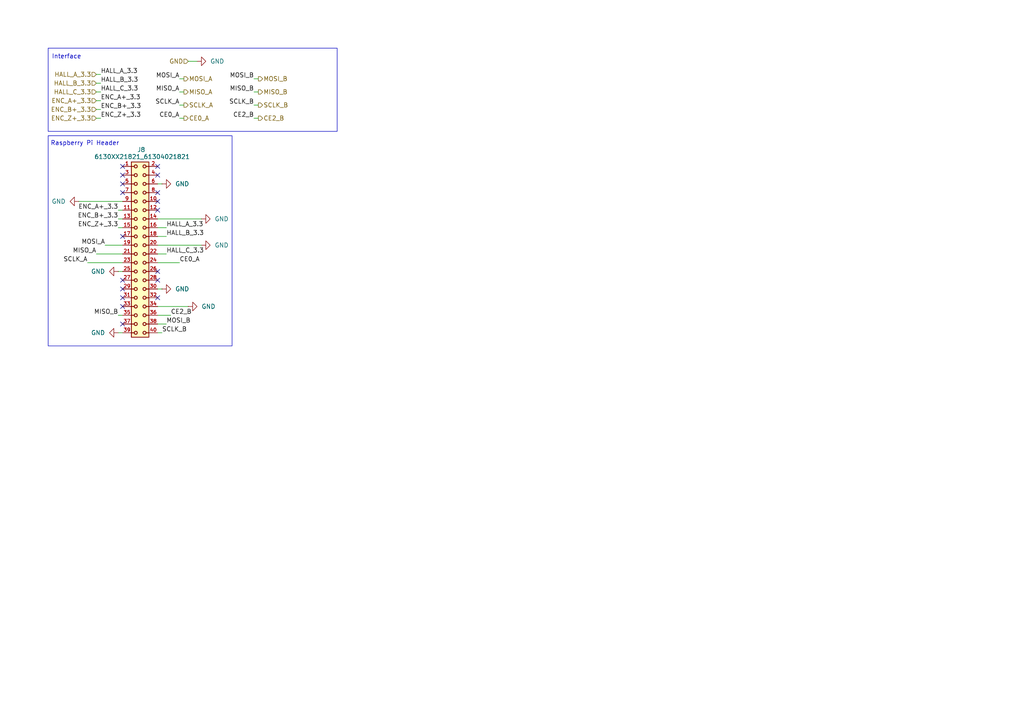
<source format=kicad_sch>
(kicad_sch
	(version 20250114)
	(generator "eeschema")
	(generator_version "9.0")
	(uuid "4d436dae-2173-4455-854f-eeccda8fb5f7")
	(paper "A4")
	(title_block
		(title "Sensing and Interfacing PCB")
		(date "2025-06-02")
		(rev "v1")
		(company "Designer: Manveer Aujla")
		(comment 1 "Team 34")
	)
	(lib_symbols
		(symbol "6130XX21821_61304021821:6130XX21821_61304021821"
			(pin_names
				(offset 1.016)
			)
			(exclude_from_sim no)
			(in_bom yes)
			(on_board yes)
			(property "Reference" "J"
				(at -25.4 0.762 0)
				(effects
					(font
						(size 1.27 1.27)
					)
					(justify right bottom)
				)
			)
			(property "Value" "6130XX21821_61304021821"
				(at -25.4 -2.54 0)
				(effects
					(font
						(size 1.27 1.27)
					)
					(justify right bottom)
				)
			)
			(property "Footprint" "6130XX21821_61304021821:61304021821"
				(at 0 0 0)
				(effects
					(font
						(size 1.27 1.27)
					)
					(justify bottom)
					(hide yes)
				)
			)
			(property "Datasheet" ""
				(at 0 0 0)
				(effects
					(font
						(size 1.27 1.27)
					)
					(hide yes)
				)
			)
			(property "Description" ""
				(at 0 0 0)
				(effects
					(font
						(size 1.27 1.27)
					)
					(hide yes)
				)
			)
			(symbol "6130XX21821_61304021821_0_0"
				(rectangle
					(start -24.13 -2.54)
					(end 26.67 2.54)
					(stroke
						(width 0.254)
						(type default)
					)
					(fill
						(type background)
					)
				)
				(polyline
					(pts
						(xy -22.86 1.705) (xy -22.86 2.54)
					)
					(stroke
						(width 0.254)
						(type default)
					)
					(fill
						(type none)
					)
				)
				(circle
					(center -22.86 1.27)
					(radius 0.4445)
					(stroke
						(width 0.254)
						(type default)
					)
					(fill
						(type none)
					)
				)
				(circle
					(center -22.86 -1.27)
					(radius 0.4445)
					(stroke
						(width 0.254)
						(type default)
					)
					(fill
						(type none)
					)
				)
				(polyline
					(pts
						(xy -22.86 -1.705) (xy -22.86 -2.54)
					)
					(stroke
						(width 0.254)
						(type default)
					)
					(fill
						(type none)
					)
				)
				(polyline
					(pts
						(xy -20.32 1.705) (xy -20.32 2.54)
					)
					(stroke
						(width 0.254)
						(type default)
					)
					(fill
						(type none)
					)
				)
				(circle
					(center -20.32 1.27)
					(radius 0.4445)
					(stroke
						(width 0.254)
						(type default)
					)
					(fill
						(type none)
					)
				)
				(circle
					(center -20.32 -1.27)
					(radius 0.4445)
					(stroke
						(width 0.254)
						(type default)
					)
					(fill
						(type none)
					)
				)
				(polyline
					(pts
						(xy -20.32 -1.705) (xy -20.32 -2.54)
					)
					(stroke
						(width 0.254)
						(type default)
					)
					(fill
						(type none)
					)
				)
				(polyline
					(pts
						(xy -17.78 1.705) (xy -17.78 2.54)
					)
					(stroke
						(width 0.254)
						(type default)
					)
					(fill
						(type none)
					)
				)
				(circle
					(center -17.78 1.27)
					(radius 0.4445)
					(stroke
						(width 0.254)
						(type default)
					)
					(fill
						(type none)
					)
				)
				(circle
					(center -17.78 -1.27)
					(radius 0.4445)
					(stroke
						(width 0.254)
						(type default)
					)
					(fill
						(type none)
					)
				)
				(polyline
					(pts
						(xy -17.78 -1.705) (xy -17.78 -2.54)
					)
					(stroke
						(width 0.254)
						(type default)
					)
					(fill
						(type none)
					)
				)
				(polyline
					(pts
						(xy -15.24 1.705) (xy -15.24 2.54)
					)
					(stroke
						(width 0.254)
						(type default)
					)
					(fill
						(type none)
					)
				)
				(circle
					(center -15.24 1.27)
					(radius 0.4445)
					(stroke
						(width 0.254)
						(type default)
					)
					(fill
						(type none)
					)
				)
				(circle
					(center -15.24 -1.27)
					(radius 0.4445)
					(stroke
						(width 0.254)
						(type default)
					)
					(fill
						(type none)
					)
				)
				(polyline
					(pts
						(xy -15.24 -1.705) (xy -15.24 -2.54)
					)
					(stroke
						(width 0.254)
						(type default)
					)
					(fill
						(type none)
					)
				)
				(polyline
					(pts
						(xy -12.7 1.705) (xy -12.7 2.54)
					)
					(stroke
						(width 0.254)
						(type default)
					)
					(fill
						(type none)
					)
				)
				(circle
					(center -12.7 1.27)
					(radius 0.4445)
					(stroke
						(width 0.254)
						(type default)
					)
					(fill
						(type none)
					)
				)
				(circle
					(center -12.7 -1.27)
					(radius 0.4445)
					(stroke
						(width 0.254)
						(type default)
					)
					(fill
						(type none)
					)
				)
				(polyline
					(pts
						(xy -12.7 -1.705) (xy -12.7 -2.54)
					)
					(stroke
						(width 0.254)
						(type default)
					)
					(fill
						(type none)
					)
				)
				(polyline
					(pts
						(xy -10.16 1.705) (xy -10.16 2.54)
					)
					(stroke
						(width 0.254)
						(type default)
					)
					(fill
						(type none)
					)
				)
				(circle
					(center -10.16 1.27)
					(radius 0.4445)
					(stroke
						(width 0.254)
						(type default)
					)
					(fill
						(type none)
					)
				)
				(circle
					(center -10.16 -1.27)
					(radius 0.4445)
					(stroke
						(width 0.254)
						(type default)
					)
					(fill
						(type none)
					)
				)
				(polyline
					(pts
						(xy -10.16 -1.705) (xy -10.16 -2.54)
					)
					(stroke
						(width 0.254)
						(type default)
					)
					(fill
						(type none)
					)
				)
				(polyline
					(pts
						(xy -7.62 1.705) (xy -7.62 2.54)
					)
					(stroke
						(width 0.254)
						(type default)
					)
					(fill
						(type none)
					)
				)
				(circle
					(center -7.62 1.27)
					(radius 0.4445)
					(stroke
						(width 0.254)
						(type default)
					)
					(fill
						(type none)
					)
				)
				(circle
					(center -7.62 -1.27)
					(radius 0.4445)
					(stroke
						(width 0.254)
						(type default)
					)
					(fill
						(type none)
					)
				)
				(polyline
					(pts
						(xy -7.62 -1.705) (xy -7.62 -2.54)
					)
					(stroke
						(width 0.254)
						(type default)
					)
					(fill
						(type none)
					)
				)
				(polyline
					(pts
						(xy -5.08 1.705) (xy -5.08 2.54)
					)
					(stroke
						(width 0.254)
						(type default)
					)
					(fill
						(type none)
					)
				)
				(circle
					(center -5.08 1.27)
					(radius 0.4445)
					(stroke
						(width 0.254)
						(type default)
					)
					(fill
						(type none)
					)
				)
				(circle
					(center -5.08 -1.27)
					(radius 0.4445)
					(stroke
						(width 0.254)
						(type default)
					)
					(fill
						(type none)
					)
				)
				(polyline
					(pts
						(xy -5.08 -1.705) (xy -5.08 -2.54)
					)
					(stroke
						(width 0.254)
						(type default)
					)
					(fill
						(type none)
					)
				)
				(polyline
					(pts
						(xy -2.54 1.705) (xy -2.54 2.54)
					)
					(stroke
						(width 0.254)
						(type default)
					)
					(fill
						(type none)
					)
				)
				(circle
					(center -2.54 1.27)
					(radius 0.4445)
					(stroke
						(width 0.254)
						(type default)
					)
					(fill
						(type none)
					)
				)
				(circle
					(center -2.54 -1.27)
					(radius 0.4445)
					(stroke
						(width 0.254)
						(type default)
					)
					(fill
						(type none)
					)
				)
				(polyline
					(pts
						(xy -2.54 -1.705) (xy -2.54 -2.54)
					)
					(stroke
						(width 0.254)
						(type default)
					)
					(fill
						(type none)
					)
				)
				(polyline
					(pts
						(xy 0 1.705) (xy 0 2.54)
					)
					(stroke
						(width 0.254)
						(type default)
					)
					(fill
						(type none)
					)
				)
				(circle
					(center 0 1.27)
					(radius 0.4445)
					(stroke
						(width 0.254)
						(type default)
					)
					(fill
						(type none)
					)
				)
				(circle
					(center 0 -1.27)
					(radius 0.4445)
					(stroke
						(width 0.254)
						(type default)
					)
					(fill
						(type none)
					)
				)
				(polyline
					(pts
						(xy 0 -1.705) (xy 0 -2.54)
					)
					(stroke
						(width 0.254)
						(type default)
					)
					(fill
						(type none)
					)
				)
				(polyline
					(pts
						(xy 2.54 1.705) (xy 2.54 2.54)
					)
					(stroke
						(width 0.254)
						(type default)
					)
					(fill
						(type none)
					)
				)
				(circle
					(center 2.54 1.27)
					(radius 0.4445)
					(stroke
						(width 0.254)
						(type default)
					)
					(fill
						(type none)
					)
				)
				(circle
					(center 2.54 -1.27)
					(radius 0.4445)
					(stroke
						(width 0.254)
						(type default)
					)
					(fill
						(type none)
					)
				)
				(polyline
					(pts
						(xy 2.54 -1.705) (xy 2.54 -2.54)
					)
					(stroke
						(width 0.254)
						(type default)
					)
					(fill
						(type none)
					)
				)
				(polyline
					(pts
						(xy 5.08 1.705) (xy 5.08 2.54)
					)
					(stroke
						(width 0.254)
						(type default)
					)
					(fill
						(type none)
					)
				)
				(circle
					(center 5.08 1.27)
					(radius 0.4445)
					(stroke
						(width 0.254)
						(type default)
					)
					(fill
						(type none)
					)
				)
				(circle
					(center 5.08 -1.27)
					(radius 0.4445)
					(stroke
						(width 0.254)
						(type default)
					)
					(fill
						(type none)
					)
				)
				(polyline
					(pts
						(xy 5.08 -1.705) (xy 5.08 -2.54)
					)
					(stroke
						(width 0.254)
						(type default)
					)
					(fill
						(type none)
					)
				)
				(polyline
					(pts
						(xy 7.62 1.705) (xy 7.62 2.54)
					)
					(stroke
						(width 0.254)
						(type default)
					)
					(fill
						(type none)
					)
				)
				(circle
					(center 7.62 1.27)
					(radius 0.4445)
					(stroke
						(width 0.254)
						(type default)
					)
					(fill
						(type none)
					)
				)
				(circle
					(center 7.62 -1.27)
					(radius 0.4445)
					(stroke
						(width 0.254)
						(type default)
					)
					(fill
						(type none)
					)
				)
				(polyline
					(pts
						(xy 7.62 -1.705) (xy 7.62 -2.54)
					)
					(stroke
						(width 0.254)
						(type default)
					)
					(fill
						(type none)
					)
				)
				(polyline
					(pts
						(xy 10.16 1.705) (xy 10.16 2.54)
					)
					(stroke
						(width 0.254)
						(type default)
					)
					(fill
						(type none)
					)
				)
				(circle
					(center 10.16 1.27)
					(radius 0.4445)
					(stroke
						(width 0.254)
						(type default)
					)
					(fill
						(type none)
					)
				)
				(circle
					(center 10.16 -1.27)
					(radius 0.4445)
					(stroke
						(width 0.254)
						(type default)
					)
					(fill
						(type none)
					)
				)
				(polyline
					(pts
						(xy 10.16 -1.705) (xy 10.16 -2.54)
					)
					(stroke
						(width 0.254)
						(type default)
					)
					(fill
						(type none)
					)
				)
				(polyline
					(pts
						(xy 12.7 1.705) (xy 12.7 2.54)
					)
					(stroke
						(width 0.254)
						(type default)
					)
					(fill
						(type none)
					)
				)
				(circle
					(center 12.7 1.27)
					(radius 0.4445)
					(stroke
						(width 0.254)
						(type default)
					)
					(fill
						(type none)
					)
				)
				(circle
					(center 12.7 -1.27)
					(radius 0.4445)
					(stroke
						(width 0.254)
						(type default)
					)
					(fill
						(type none)
					)
				)
				(polyline
					(pts
						(xy 12.7 -1.705) (xy 12.7 -2.54)
					)
					(stroke
						(width 0.254)
						(type default)
					)
					(fill
						(type none)
					)
				)
				(polyline
					(pts
						(xy 15.24 1.705) (xy 15.24 2.54)
					)
					(stroke
						(width 0.254)
						(type default)
					)
					(fill
						(type none)
					)
				)
				(circle
					(center 15.24 1.27)
					(radius 0.4445)
					(stroke
						(width 0.254)
						(type default)
					)
					(fill
						(type none)
					)
				)
				(circle
					(center 15.24 -1.27)
					(radius 0.4445)
					(stroke
						(width 0.254)
						(type default)
					)
					(fill
						(type none)
					)
				)
				(polyline
					(pts
						(xy 15.24 -1.705) (xy 15.24 -2.54)
					)
					(stroke
						(width 0.254)
						(type default)
					)
					(fill
						(type none)
					)
				)
				(polyline
					(pts
						(xy 17.78 1.705) (xy 17.78 2.54)
					)
					(stroke
						(width 0.254)
						(type default)
					)
					(fill
						(type none)
					)
				)
				(circle
					(center 17.78 1.27)
					(radius 0.4445)
					(stroke
						(width 0.254)
						(type default)
					)
					(fill
						(type none)
					)
				)
				(circle
					(center 17.78 -1.27)
					(radius 0.4445)
					(stroke
						(width 0.254)
						(type default)
					)
					(fill
						(type none)
					)
				)
				(polyline
					(pts
						(xy 17.78 -1.705) (xy 17.78 -2.54)
					)
					(stroke
						(width 0.254)
						(type default)
					)
					(fill
						(type none)
					)
				)
				(polyline
					(pts
						(xy 20.32 1.705) (xy 20.32 2.54)
					)
					(stroke
						(width 0.254)
						(type default)
					)
					(fill
						(type none)
					)
				)
				(circle
					(center 20.32 1.27)
					(radius 0.4445)
					(stroke
						(width 0.254)
						(type default)
					)
					(fill
						(type none)
					)
				)
				(circle
					(center 20.32 -1.27)
					(radius 0.4445)
					(stroke
						(width 0.254)
						(type default)
					)
					(fill
						(type none)
					)
				)
				(polyline
					(pts
						(xy 20.32 -1.705) (xy 20.32 -2.54)
					)
					(stroke
						(width 0.254)
						(type default)
					)
					(fill
						(type none)
					)
				)
				(polyline
					(pts
						(xy 22.86 1.705) (xy 22.86 2.54)
					)
					(stroke
						(width 0.254)
						(type default)
					)
					(fill
						(type none)
					)
				)
				(circle
					(center 22.86 1.27)
					(radius 0.4445)
					(stroke
						(width 0.254)
						(type default)
					)
					(fill
						(type none)
					)
				)
				(circle
					(center 22.86 -1.27)
					(radius 0.4445)
					(stroke
						(width 0.254)
						(type default)
					)
					(fill
						(type none)
					)
				)
				(polyline
					(pts
						(xy 22.86 -1.705) (xy 22.86 -2.54)
					)
					(stroke
						(width 0.254)
						(type default)
					)
					(fill
						(type none)
					)
				)
				(polyline
					(pts
						(xy 25.4 1.705) (xy 25.4 2.54)
					)
					(stroke
						(width 0.254)
						(type default)
					)
					(fill
						(type none)
					)
				)
				(circle
					(center 25.4 1.27)
					(radius 0.4445)
					(stroke
						(width 0.254)
						(type default)
					)
					(fill
						(type none)
					)
				)
				(circle
					(center 25.4 -1.27)
					(radius 0.4445)
					(stroke
						(width 0.254)
						(type default)
					)
					(fill
						(type none)
					)
				)
				(polyline
					(pts
						(xy 25.4 -1.705) (xy 25.4 -2.54)
					)
					(stroke
						(width 0.254)
						(type default)
					)
					(fill
						(type none)
					)
				)
				(pin passive line
					(at -22.86 5.08 270)
					(length 2.54)
					(name "~"
						(effects
							(font
								(size 1.016 1.016)
							)
						)
					)
					(number "2"
						(effects
							(font
								(size 1.016 1.016)
							)
						)
					)
				)
				(pin passive line
					(at -22.86 -5.08 90)
					(length 2.54)
					(name "~"
						(effects
							(font
								(size 1.016 1.016)
							)
						)
					)
					(number "1"
						(effects
							(font
								(size 1.016 1.016)
							)
						)
					)
				)
				(pin passive line
					(at -20.32 5.08 270)
					(length 2.54)
					(name "~"
						(effects
							(font
								(size 1.016 1.016)
							)
						)
					)
					(number "4"
						(effects
							(font
								(size 1.016 1.016)
							)
						)
					)
				)
				(pin passive line
					(at -20.32 -5.08 90)
					(length 2.54)
					(name "~"
						(effects
							(font
								(size 1.016 1.016)
							)
						)
					)
					(number "3"
						(effects
							(font
								(size 1.016 1.016)
							)
						)
					)
				)
				(pin passive line
					(at -17.78 5.08 270)
					(length 2.54)
					(name "~"
						(effects
							(font
								(size 1.016 1.016)
							)
						)
					)
					(number "6"
						(effects
							(font
								(size 1.016 1.016)
							)
						)
					)
				)
				(pin passive line
					(at -17.78 -5.08 90)
					(length 2.54)
					(name "~"
						(effects
							(font
								(size 1.016 1.016)
							)
						)
					)
					(number "5"
						(effects
							(font
								(size 1.016 1.016)
							)
						)
					)
				)
				(pin passive line
					(at -15.24 5.08 270)
					(length 2.54)
					(name "~"
						(effects
							(font
								(size 1.016 1.016)
							)
						)
					)
					(number "8"
						(effects
							(font
								(size 1.016 1.016)
							)
						)
					)
				)
				(pin passive line
					(at -15.24 -5.08 90)
					(length 2.54)
					(name "~"
						(effects
							(font
								(size 1.016 1.016)
							)
						)
					)
					(number "7"
						(effects
							(font
								(size 1.016 1.016)
							)
						)
					)
				)
				(pin passive line
					(at -12.7 5.08 270)
					(length 2.54)
					(name "~"
						(effects
							(font
								(size 1.016 1.016)
							)
						)
					)
					(number "10"
						(effects
							(font
								(size 1.016 1.016)
							)
						)
					)
				)
				(pin passive line
					(at -12.7 -5.08 90)
					(length 2.54)
					(name "~"
						(effects
							(font
								(size 1.016 1.016)
							)
						)
					)
					(number "9"
						(effects
							(font
								(size 1.016 1.016)
							)
						)
					)
				)
				(pin passive line
					(at -10.16 5.08 270)
					(length 2.54)
					(name "~"
						(effects
							(font
								(size 1.016 1.016)
							)
						)
					)
					(number "12"
						(effects
							(font
								(size 1.016 1.016)
							)
						)
					)
				)
				(pin passive line
					(at -10.16 -5.08 90)
					(length 2.54)
					(name "~"
						(effects
							(font
								(size 1.016 1.016)
							)
						)
					)
					(number "11"
						(effects
							(font
								(size 1.016 1.016)
							)
						)
					)
				)
				(pin passive line
					(at -7.62 5.08 270)
					(length 2.54)
					(name "~"
						(effects
							(font
								(size 1.016 1.016)
							)
						)
					)
					(number "14"
						(effects
							(font
								(size 1.016 1.016)
							)
						)
					)
				)
				(pin passive line
					(at -7.62 -5.08 90)
					(length 2.54)
					(name "~"
						(effects
							(font
								(size 1.016 1.016)
							)
						)
					)
					(number "13"
						(effects
							(font
								(size 1.016 1.016)
							)
						)
					)
				)
				(pin passive line
					(at -5.08 5.08 270)
					(length 2.54)
					(name "~"
						(effects
							(font
								(size 1.016 1.016)
							)
						)
					)
					(number "16"
						(effects
							(font
								(size 1.016 1.016)
							)
						)
					)
				)
				(pin passive line
					(at -5.08 -5.08 90)
					(length 2.54)
					(name "~"
						(effects
							(font
								(size 1.016 1.016)
							)
						)
					)
					(number "15"
						(effects
							(font
								(size 1.016 1.016)
							)
						)
					)
				)
				(pin passive line
					(at -2.54 5.08 270)
					(length 2.54)
					(name "~"
						(effects
							(font
								(size 1.016 1.016)
							)
						)
					)
					(number "18"
						(effects
							(font
								(size 1.016 1.016)
							)
						)
					)
				)
				(pin passive line
					(at -2.54 -5.08 90)
					(length 2.54)
					(name "~"
						(effects
							(font
								(size 1.016 1.016)
							)
						)
					)
					(number "17"
						(effects
							(font
								(size 1.016 1.016)
							)
						)
					)
				)
				(pin passive line
					(at 0 5.08 270)
					(length 2.54)
					(name "~"
						(effects
							(font
								(size 1.016 1.016)
							)
						)
					)
					(number "20"
						(effects
							(font
								(size 1.016 1.016)
							)
						)
					)
				)
				(pin passive line
					(at 0 -5.08 90)
					(length 2.54)
					(name "~"
						(effects
							(font
								(size 1.016 1.016)
							)
						)
					)
					(number "19"
						(effects
							(font
								(size 1.016 1.016)
							)
						)
					)
				)
				(pin passive line
					(at 2.54 5.08 270)
					(length 2.54)
					(name "~"
						(effects
							(font
								(size 1.016 1.016)
							)
						)
					)
					(number "22"
						(effects
							(font
								(size 1.016 1.016)
							)
						)
					)
				)
				(pin passive line
					(at 2.54 -5.08 90)
					(length 2.54)
					(name "~"
						(effects
							(font
								(size 1.016 1.016)
							)
						)
					)
					(number "21"
						(effects
							(font
								(size 1.016 1.016)
							)
						)
					)
				)
				(pin passive line
					(at 5.08 5.08 270)
					(length 2.54)
					(name "~"
						(effects
							(font
								(size 1.016 1.016)
							)
						)
					)
					(number "24"
						(effects
							(font
								(size 1.016 1.016)
							)
						)
					)
				)
				(pin passive line
					(at 5.08 -5.08 90)
					(length 2.54)
					(name "~"
						(effects
							(font
								(size 1.016 1.016)
							)
						)
					)
					(number "23"
						(effects
							(font
								(size 1.016 1.016)
							)
						)
					)
				)
				(pin passive line
					(at 7.62 5.08 270)
					(length 2.54)
					(name "~"
						(effects
							(font
								(size 1.016 1.016)
							)
						)
					)
					(number "26"
						(effects
							(font
								(size 1.016 1.016)
							)
						)
					)
				)
				(pin passive line
					(at 7.62 -5.08 90)
					(length 2.54)
					(name "~"
						(effects
							(font
								(size 1.016 1.016)
							)
						)
					)
					(number "25"
						(effects
							(font
								(size 1.016 1.016)
							)
						)
					)
				)
				(pin passive line
					(at 10.16 5.08 270)
					(length 2.54)
					(name "~"
						(effects
							(font
								(size 1.016 1.016)
							)
						)
					)
					(number "28"
						(effects
							(font
								(size 1.016 1.016)
							)
						)
					)
				)
				(pin passive line
					(at 10.16 -5.08 90)
					(length 2.54)
					(name "~"
						(effects
							(font
								(size 1.016 1.016)
							)
						)
					)
					(number "27"
						(effects
							(font
								(size 1.016 1.016)
							)
						)
					)
				)
				(pin passive line
					(at 12.7 5.08 270)
					(length 2.54)
					(name "~"
						(effects
							(font
								(size 1.016 1.016)
							)
						)
					)
					(number "30"
						(effects
							(font
								(size 1.016 1.016)
							)
						)
					)
				)
				(pin passive line
					(at 12.7 -5.08 90)
					(length 2.54)
					(name "~"
						(effects
							(font
								(size 1.016 1.016)
							)
						)
					)
					(number "29"
						(effects
							(font
								(size 1.016 1.016)
							)
						)
					)
				)
				(pin passive line
					(at 15.24 5.08 270)
					(length 2.54)
					(name "~"
						(effects
							(font
								(size 1.016 1.016)
							)
						)
					)
					(number "32"
						(effects
							(font
								(size 1.016 1.016)
							)
						)
					)
				)
				(pin passive line
					(at 15.24 -5.08 90)
					(length 2.54)
					(name "~"
						(effects
							(font
								(size 1.016 1.016)
							)
						)
					)
					(number "31"
						(effects
							(font
								(size 1.016 1.016)
							)
						)
					)
				)
				(pin passive line
					(at 17.78 5.08 270)
					(length 2.54)
					(name "~"
						(effects
							(font
								(size 1.016 1.016)
							)
						)
					)
					(number "34"
						(effects
							(font
								(size 1.016 1.016)
							)
						)
					)
				)
				(pin passive line
					(at 17.78 -5.08 90)
					(length 2.54)
					(name "~"
						(effects
							(font
								(size 1.016 1.016)
							)
						)
					)
					(number "33"
						(effects
							(font
								(size 1.016 1.016)
							)
						)
					)
				)
				(pin passive line
					(at 20.32 5.08 270)
					(length 2.54)
					(name "~"
						(effects
							(font
								(size 1.016 1.016)
							)
						)
					)
					(number "36"
						(effects
							(font
								(size 1.016 1.016)
							)
						)
					)
				)
				(pin passive line
					(at 20.32 -5.08 90)
					(length 2.54)
					(name "~"
						(effects
							(font
								(size 1.016 1.016)
							)
						)
					)
					(number "35"
						(effects
							(font
								(size 1.016 1.016)
							)
						)
					)
				)
				(pin passive line
					(at 22.86 5.08 270)
					(length 2.54)
					(name "~"
						(effects
							(font
								(size 1.016 1.016)
							)
						)
					)
					(number "38"
						(effects
							(font
								(size 1.016 1.016)
							)
						)
					)
				)
				(pin passive line
					(at 22.86 -5.08 90)
					(length 2.54)
					(name "~"
						(effects
							(font
								(size 1.016 1.016)
							)
						)
					)
					(number "37"
						(effects
							(font
								(size 1.016 1.016)
							)
						)
					)
				)
				(pin passive line
					(at 25.4 5.08 270)
					(length 2.54)
					(name "~"
						(effects
							(font
								(size 1.016 1.016)
							)
						)
					)
					(number "40"
						(effects
							(font
								(size 1.016 1.016)
							)
						)
					)
				)
				(pin passive line
					(at 25.4 -5.08 90)
					(length 2.54)
					(name "~"
						(effects
							(font
								(size 1.016 1.016)
							)
						)
					)
					(number "39"
						(effects
							(font
								(size 1.016 1.016)
							)
						)
					)
				)
			)
			(embedded_fonts no)
		)
		(symbol "power:GND"
			(power)
			(pin_numbers
				(hide yes)
			)
			(pin_names
				(offset 0)
				(hide yes)
			)
			(exclude_from_sim no)
			(in_bom yes)
			(on_board yes)
			(property "Reference" "#PWR"
				(at 0 -6.35 0)
				(effects
					(font
						(size 1.27 1.27)
					)
					(hide yes)
				)
			)
			(property "Value" "GND"
				(at 0 -3.81 0)
				(effects
					(font
						(size 1.27 1.27)
					)
				)
			)
			(property "Footprint" ""
				(at 0 0 0)
				(effects
					(font
						(size 1.27 1.27)
					)
					(hide yes)
				)
			)
			(property "Datasheet" ""
				(at 0 0 0)
				(effects
					(font
						(size 1.27 1.27)
					)
					(hide yes)
				)
			)
			(property "Description" "Power symbol creates a global label with name \"GND\" , ground"
				(at 0 0 0)
				(effects
					(font
						(size 1.27 1.27)
					)
					(hide yes)
				)
			)
			(property "ki_keywords" "global power"
				(at 0 0 0)
				(effects
					(font
						(size 1.27 1.27)
					)
					(hide yes)
				)
			)
			(symbol "GND_0_1"
				(polyline
					(pts
						(xy 0 0) (xy 0 -1.27) (xy 1.27 -1.27) (xy 0 -2.54) (xy -1.27 -1.27) (xy 0 -1.27)
					)
					(stroke
						(width 0)
						(type default)
					)
					(fill
						(type none)
					)
				)
			)
			(symbol "GND_1_1"
				(pin power_in line
					(at 0 0 270)
					(length 0)
					(name "~"
						(effects
							(font
								(size 1.27 1.27)
							)
						)
					)
					(number "1"
						(effects
							(font
								(size 1.27 1.27)
							)
						)
					)
				)
			)
			(embedded_fonts no)
		)
	)
	(rectangle
		(start 13.97 39.37)
		(end 67.31 100.33)
		(stroke
			(width 0)
			(type default)
		)
		(fill
			(type none)
		)
		(uuid e662e59d-8638-4055-9110-91792fb689ad)
	)
	(rectangle
		(start 13.97 13.97)
		(end 97.79 38.1)
		(stroke
			(width 0)
			(type default)
		)
		(fill
			(type none)
		)
		(uuid eff06231-a9c7-4395-bac0-a15a35b41091)
	)
	(text "Interface"
		(exclude_from_sim no)
		(at 19.304 16.51 0)
		(effects
			(font
				(size 1.27 1.27)
			)
		)
		(uuid "16c1a4c7-96fb-448d-839f-dfb09ccaffae")
	)
	(text "Raspberry Pi Header"
		(exclude_from_sim no)
		(at 24.638 41.656 0)
		(effects
			(font
				(size 1.27 1.27)
			)
		)
		(uuid "7dae457f-502c-4bf2-92ca-9fe3a18918e4")
	)
	(no_connect
		(at 45.72 86.36)
		(uuid "0067ef86-6e9f-4f19-82c5-9f955c2767c1")
	)
	(no_connect
		(at 45.72 50.8)
		(uuid "0c9f7ef5-197c-459d-878a-73cd34ca074c")
	)
	(no_connect
		(at 45.72 78.74)
		(uuid "27e0897a-7314-4728-9940-494618e1fe34")
	)
	(no_connect
		(at 45.72 55.88)
		(uuid "5caf8d0f-fa93-49d5-9fc3-e0f2a50049df")
	)
	(no_connect
		(at 35.56 55.88)
		(uuid "65a2efbc-61df-475b-ad6d-364bd4250460")
	)
	(no_connect
		(at 45.72 60.96)
		(uuid "6a991d22-bd3c-45e7-aa14-2109f62d382d")
	)
	(no_connect
		(at 35.56 53.34)
		(uuid "6c978cd9-75bc-42dc-b4af-9beba8faabdc")
	)
	(no_connect
		(at 35.56 86.36)
		(uuid "7baa4eda-518f-4f87-859b-4b854cf654f7")
	)
	(no_connect
		(at 35.56 81.28)
		(uuid "8b8a76d8-0e79-4800-9057-fbdcd5440a48")
	)
	(no_connect
		(at 35.56 50.8)
		(uuid "991abb3c-ca2c-46b6-9171-4c2684283508")
	)
	(no_connect
		(at 35.56 68.58)
		(uuid "a1e31a84-b95f-473f-88b8-192ce5039471")
	)
	(no_connect
		(at 45.72 48.26)
		(uuid "ae8f58c1-2940-4883-9bc8-6148365b028d")
	)
	(no_connect
		(at 45.72 81.28)
		(uuid "b7c68e55-95a7-43f6-a692-02295fa87283")
	)
	(no_connect
		(at 45.72 58.42)
		(uuid "ba33c98f-8bad-4a7a-99bf-b5161b8417df")
	)
	(no_connect
		(at 35.56 88.9)
		(uuid "c061c3fd-f054-429b-a54b-5a52ecc6cbee")
	)
	(no_connect
		(at 35.56 83.82)
		(uuid "c1ab3815-49ed-412e-aec0-922c2def3fa2")
	)
	(no_connect
		(at 35.56 48.26)
		(uuid "dbdc2e9f-5844-4a02-b231-9853293eab80")
	)
	(no_connect
		(at 35.56 93.98)
		(uuid "f101dc3b-3499-4896-8b4e-4a85b105be96")
	)
	(wire
		(pts
			(xy 45.72 91.44) (xy 49.53 91.44)
		)
		(stroke
			(width 0)
			(type default)
		)
		(uuid "02468e56-62b7-4b49-8371-ca712f08c11b")
	)
	(wire
		(pts
			(xy 45.72 63.5) (xy 58.42 63.5)
		)
		(stroke
			(width 0)
			(type default)
		)
		(uuid "0436f5ef-1119-43e2-ac50-49a8c3c93e77")
	)
	(wire
		(pts
			(xy 45.72 88.9) (xy 54.61 88.9)
		)
		(stroke
			(width 0)
			(type default)
		)
		(uuid "1133788f-f321-4440-a269-403120049fc8")
	)
	(wire
		(pts
			(xy 34.29 91.44) (xy 35.56 91.44)
		)
		(stroke
			(width 0)
			(type default)
		)
		(uuid "23e2b1b2-eee4-4364-a09e-93d4a688d01b")
	)
	(wire
		(pts
			(xy 57.15 17.78) (xy 54.61 17.78)
		)
		(stroke
			(width 0)
			(type default)
		)
		(uuid "245c9914-114d-4be2-8d48-8c243a41b4f7")
	)
	(wire
		(pts
			(xy 45.72 53.34) (xy 46.99 53.34)
		)
		(stroke
			(width 0)
			(type default)
		)
		(uuid "2d43ab9e-e80d-4cb1-b2c8-eca4cdc418aa")
	)
	(wire
		(pts
			(xy 30.48 71.12) (xy 35.56 71.12)
		)
		(stroke
			(width 0)
			(type default)
		)
		(uuid "2f925d4f-4b7f-45bf-8904-72069fe79841")
	)
	(wire
		(pts
			(xy 29.21 26.67) (xy 27.94 26.67)
		)
		(stroke
			(width 0)
			(type default)
		)
		(uuid "3649c7c7-9b66-4efb-a161-e7b31d5536d5")
	)
	(wire
		(pts
			(xy 45.72 71.12) (xy 58.42 71.12)
		)
		(stroke
			(width 0)
			(type default)
		)
		(uuid "38c493cf-b960-4bac-aeb4-006c6d509ff4")
	)
	(wire
		(pts
			(xy 52.07 22.86) (xy 53.34 22.86)
		)
		(stroke
			(width 0)
			(type default)
		)
		(uuid "39b3d342-14e6-460a-a4a7-ce418274d670")
	)
	(wire
		(pts
			(xy 73.66 22.86) (xy 74.93 22.86)
		)
		(stroke
			(width 0)
			(type default)
		)
		(uuid "3fbd3fdc-0e99-4da2-b832-5fe53f1d8469")
	)
	(wire
		(pts
			(xy 45.72 66.04) (xy 48.26 66.04)
		)
		(stroke
			(width 0)
			(type default)
		)
		(uuid "4344b70c-71ea-42e8-bfaa-37b90bb7b673")
	)
	(wire
		(pts
			(xy 45.72 73.66) (xy 48.26 73.66)
		)
		(stroke
			(width 0)
			(type default)
		)
		(uuid "4737b6d0-fe16-4265-85c3-6a94813af0f9")
	)
	(wire
		(pts
			(xy 34.29 78.74) (xy 35.56 78.74)
		)
		(stroke
			(width 0)
			(type default)
		)
		(uuid "5aa4465d-58d3-444b-a4d9-102ff8fb436b")
	)
	(wire
		(pts
			(xy 73.66 34.29) (xy 74.93 34.29)
		)
		(stroke
			(width 0)
			(type default)
		)
		(uuid "6202732b-5185-4449-bba2-2741442cf2c6")
	)
	(wire
		(pts
			(xy 27.94 73.66) (xy 35.56 73.66)
		)
		(stroke
			(width 0)
			(type default)
		)
		(uuid "63d73dd9-c234-4b45-9f85-e4e9a08ac1ec")
	)
	(wire
		(pts
			(xy 52.07 34.29) (xy 53.34 34.29)
		)
		(stroke
			(width 0)
			(type default)
		)
		(uuid "7a150245-a090-48ed-9567-43d5686d1fb3")
	)
	(wire
		(pts
			(xy 34.29 63.5) (xy 35.56 63.5)
		)
		(stroke
			(width 0)
			(type default)
		)
		(uuid "7e8bb001-65f6-47e4-9331-b33d1bc390c5")
	)
	(wire
		(pts
			(xy 45.72 93.98) (xy 48.26 93.98)
		)
		(stroke
			(width 0)
			(type default)
		)
		(uuid "8045efbd-58e7-4af6-940b-8723423e2c26")
	)
	(wire
		(pts
			(xy 29.21 21.59) (xy 27.94 21.59)
		)
		(stroke
			(width 0)
			(type default)
		)
		(uuid "84599c0f-08e0-499d-a86d-d3b23ed1aebf")
	)
	(wire
		(pts
			(xy 45.72 68.58) (xy 48.26 68.58)
		)
		(stroke
			(width 0)
			(type default)
		)
		(uuid "889989a8-441d-40ab-bfc8-cc6f96540b70")
	)
	(wire
		(pts
			(xy 34.29 60.96) (xy 35.56 60.96)
		)
		(stroke
			(width 0)
			(type default)
		)
		(uuid "91be8fbf-2ca8-423c-87dc-0a6a6d5b1699")
	)
	(wire
		(pts
			(xy 34.29 96.52) (xy 35.56 96.52)
		)
		(stroke
			(width 0)
			(type default)
		)
		(uuid "9718c5fc-880a-4006-a787-6450af490b55")
	)
	(wire
		(pts
			(xy 45.72 96.52) (xy 46.99 96.52)
		)
		(stroke
			(width 0)
			(type default)
		)
		(uuid "983a4b89-c20e-412c-a261-03d52f4641e3")
	)
	(wire
		(pts
			(xy 29.21 31.75) (xy 27.94 31.75)
		)
		(stroke
			(width 0)
			(type default)
		)
		(uuid "b56a68d9-0e47-4061-861c-6084b61e2d3b")
	)
	(wire
		(pts
			(xy 52.07 30.48) (xy 53.34 30.48)
		)
		(stroke
			(width 0)
			(type default)
		)
		(uuid "ba49fe7e-b18d-4de9-aa1a-a2952289a234")
	)
	(wire
		(pts
			(xy 45.72 76.2) (xy 52.07 76.2)
		)
		(stroke
			(width 0)
			(type default)
		)
		(uuid "bcb75a13-ce67-4dc5-ba3c-cd17dbd6fd5c")
	)
	(wire
		(pts
			(xy 73.66 30.48) (xy 74.93 30.48)
		)
		(stroke
			(width 0)
			(type default)
		)
		(uuid "c467e568-ffa6-471d-88de-88f53f9ee15e")
	)
	(wire
		(pts
			(xy 29.21 24.13) (xy 27.94 24.13)
		)
		(stroke
			(width 0)
			(type default)
		)
		(uuid "c8ce02b7-b3df-4309-9b35-2f1d0405c56c")
	)
	(wire
		(pts
			(xy 29.21 34.29) (xy 27.94 34.29)
		)
		(stroke
			(width 0)
			(type default)
		)
		(uuid "ccde72bd-20e9-4b3c-a998-d7c486f88b5a")
	)
	(wire
		(pts
			(xy 73.66 26.67) (xy 74.93 26.67)
		)
		(stroke
			(width 0)
			(type default)
		)
		(uuid "ced07639-4ee1-467c-836e-be13e6199fc3")
	)
	(wire
		(pts
			(xy 45.72 83.82) (xy 46.99 83.82)
		)
		(stroke
			(width 0)
			(type default)
		)
		(uuid "dfcd76d7-dca7-4424-b7b7-ebdf4ad7bb8e")
	)
	(wire
		(pts
			(xy 34.29 66.04) (xy 35.56 66.04)
		)
		(stroke
			(width 0)
			(type default)
		)
		(uuid "ebb4fbcd-7e44-4500-a836-bd5bc48ba638")
	)
	(wire
		(pts
			(xy 29.21 29.21) (xy 27.94 29.21)
		)
		(stroke
			(width 0)
			(type default)
		)
		(uuid "edfb204b-a914-4ee9-93de-076c33bbca9d")
	)
	(wire
		(pts
			(xy 25.4 76.2) (xy 35.56 76.2)
		)
		(stroke
			(width 0)
			(type default)
		)
		(uuid "f461de8e-de05-4d7f-9833-ee98a02b082c")
	)
	(wire
		(pts
			(xy 52.07 26.67) (xy 53.34 26.67)
		)
		(stroke
			(width 0)
			(type default)
		)
		(uuid "f556eeca-aab1-4029-81a4-08a52d55c930")
	)
	(wire
		(pts
			(xy 22.86 58.42) (xy 35.56 58.42)
		)
		(stroke
			(width 0)
			(type default)
		)
		(uuid "fe20fbb6-d7dc-43cd-bf44-45173c254bca")
	)
	(label "MOSI_B"
		(at 48.26 93.98 0)
		(effects
			(font
				(size 1.27 1.27)
			)
			(justify left bottom)
		)
		(uuid "02fdf110-f0c1-49f6-92ba-d618efc9d2a8")
	)
	(label "CE0_A"
		(at 52.07 34.29 180)
		(effects
			(font
				(size 1.27 1.27)
			)
			(justify right bottom)
		)
		(uuid "04177f7e-f3a9-4662-be75-baee5f3a0cea")
	)
	(label "MISO_B"
		(at 73.66 26.67 180)
		(effects
			(font
				(size 1.27 1.27)
			)
			(justify right bottom)
		)
		(uuid "04f94bd5-3e04-4eba-a5d0-8e3b8d1273ba")
	)
	(label "HALL_C_3.3"
		(at 48.26 73.66 0)
		(effects
			(font
				(size 1.27 1.27)
			)
			(justify left bottom)
		)
		(uuid "0e2242dc-0d32-4a85-b2e7-9881f705e817")
	)
	(label "ENC_B+_3.3"
		(at 34.29 63.5 180)
		(effects
			(font
				(size 1.27 1.27)
			)
			(justify right bottom)
		)
		(uuid "1b8d3bd3-30cb-4b37-bc81-1739eb018229")
	)
	(label "HALL_A_3.3"
		(at 48.26 66.04 0)
		(effects
			(font
				(size 1.27 1.27)
			)
			(justify left bottom)
		)
		(uuid "2005b00d-3744-4510-bf12-631c0f33c22d")
	)
	(label "MOSI_B"
		(at 73.66 22.86 180)
		(effects
			(font
				(size 1.27 1.27)
			)
			(justify right bottom)
		)
		(uuid "26ab35eb-049e-4e9d-a3d3-11b2ba838a66")
	)
	(label "HALL_B_3.3"
		(at 48.26 68.58 0)
		(effects
			(font
				(size 1.27 1.27)
			)
			(justify left bottom)
		)
		(uuid "32f93bba-a9dd-451b-86a9-b38913850763")
	)
	(label "HALL_A_3.3"
		(at 29.21 21.59 0)
		(effects
			(font
				(size 1.27 1.27)
			)
			(justify left bottom)
		)
		(uuid "33ad884b-5417-45d2-a12c-066c9acb7bfc")
	)
	(label "MOSI_A"
		(at 52.07 22.86 180)
		(effects
			(font
				(size 1.27 1.27)
			)
			(justify right bottom)
		)
		(uuid "478e0da5-4846-40bb-a9f6-a98c8474654f")
	)
	(label "MISO_A"
		(at 52.07 26.67 180)
		(effects
			(font
				(size 1.27 1.27)
			)
			(justify right bottom)
		)
		(uuid "4f4d0245-56fe-4cf3-b0f2-36050326022d")
	)
	(label "MISO_A"
		(at 27.94 73.66 180)
		(effects
			(font
				(size 1.27 1.27)
			)
			(justify right bottom)
		)
		(uuid "535f3bff-014d-495d-9cf0-4ba3027f8e7b")
	)
	(label "ENC_B+_3.3"
		(at 29.21 31.75 0)
		(effects
			(font
				(size 1.27 1.27)
			)
			(justify left bottom)
		)
		(uuid "55d07c6d-c3e3-476b-82c1-f08c4af01039")
	)
	(label "CE0_A"
		(at 52.07 76.2 0)
		(effects
			(font
				(size 1.27 1.27)
			)
			(justify left bottom)
		)
		(uuid "5f276f74-6ba7-4abc-976e-20bda1d518a3")
	)
	(label "SCLK_A"
		(at 52.07 30.48 180)
		(effects
			(font
				(size 1.27 1.27)
			)
			(justify right bottom)
		)
		(uuid "6d72fb99-3c02-4f90-86c5-49c4ac4a3946")
	)
	(label "MISO_B"
		(at 34.29 91.44 180)
		(effects
			(font
				(size 1.27 1.27)
			)
			(justify right bottom)
		)
		(uuid "71b4cff4-a9ca-4588-93d2-f1fbed707264")
	)
	(label "SCLK_B"
		(at 46.99 96.52 0)
		(effects
			(font
				(size 1.27 1.27)
			)
			(justify left bottom)
		)
		(uuid "71dd2f47-78d1-4ff5-aead-377823e78977")
	)
	(label "ENC_A+_3.3"
		(at 29.21 29.21 0)
		(effects
			(font
				(size 1.27 1.27)
			)
			(justify left bottom)
		)
		(uuid "840c2030-43fa-4c9a-8773-ebc1b959d033")
	)
	(label "HALL_C_3.3"
		(at 29.21 26.67 0)
		(effects
			(font
				(size 1.27 1.27)
			)
			(justify left bottom)
		)
		(uuid "9e6f740d-65de-4a4b-b4ee-afe405cdc8f3")
	)
	(label "ENC_Z+_3.3"
		(at 34.29 66.04 180)
		(effects
			(font
				(size 1.27 1.27)
			)
			(justify right bottom)
		)
		(uuid "9e7f6de2-8c37-4b52-91c0-8b73061eb375")
	)
	(label "HALL_B_3.3"
		(at 29.21 24.13 0)
		(effects
			(font
				(size 1.27 1.27)
			)
			(justify left bottom)
		)
		(uuid "b3e7a99c-fa6c-454a-89af-c3fe7faf5957")
	)
	(label "SCLK_A"
		(at 25.4 76.2 180)
		(effects
			(font
				(size 1.27 1.27)
			)
			(justify right bottom)
		)
		(uuid "b4dd5d66-b66d-4709-b60e-5e88716d70b4")
	)
	(label "ENC_Z+_3.3"
		(at 29.21 34.29 0)
		(effects
			(font
				(size 1.27 1.27)
			)
			(justify left bottom)
		)
		(uuid "cb19638e-72dc-4299-8dc4-2c3b6ffb7358")
	)
	(label "MOSI_A"
		(at 30.48 71.12 180)
		(effects
			(font
				(size 1.27 1.27)
			)
			(justify right bottom)
		)
		(uuid "df90ef17-4929-4fa8-95b3-3c3c3b5d8a5e")
	)
	(label "CE2_B"
		(at 49.53 91.44 0)
		(effects
			(font
				(size 1.27 1.27)
			)
			(justify left bottom)
		)
		(uuid "e6e9fc75-1586-43b9-a8e8-97a9062110a8")
	)
	(label "SCLK_B"
		(at 73.66 30.48 180)
		(effects
			(font
				(size 1.27 1.27)
			)
			(justify right bottom)
		)
		(uuid "f1a2b753-8c6d-4481-9030-1d7d4dc55eb3")
	)
	(label "ENC_A+_3.3"
		(at 34.29 60.96 180)
		(effects
			(font
				(size 1.27 1.27)
			)
			(justify right bottom)
		)
		(uuid "f4cab990-3613-4450-b341-fa10260332a8")
	)
	(label "CE2_B"
		(at 73.66 34.29 180)
		(effects
			(font
				(size 1.27 1.27)
			)
			(justify right bottom)
		)
		(uuid "fbc0ab9c-5dde-47a6-bd0a-c220253a76fa")
	)
	(hierarchical_label "SCLK_B"
		(shape output)
		(at 74.93 30.48 0)
		(effects
			(font
				(size 1.27 1.27)
			)
			(justify left)
		)
		(uuid "04151429-efd0-42c0-b669-f053ffcd3f53")
	)
	(hierarchical_label "MOSI_A"
		(shape output)
		(at 53.34 22.86 0)
		(effects
			(font
				(size 1.27 1.27)
			)
			(justify left)
		)
		(uuid "05bf6830-bbcf-4835-8ec6-1a3060fd7d40")
	)
	(hierarchical_label "MISO_A"
		(shape output)
		(at 53.34 26.67 0)
		(effects
			(font
				(size 1.27 1.27)
			)
			(justify left)
		)
		(uuid "0cd91d9b-f2da-4457-b12e-b044708eef63")
	)
	(hierarchical_label "SCLK_A"
		(shape output)
		(at 53.34 30.48 0)
		(effects
			(font
				(size 1.27 1.27)
			)
			(justify left)
		)
		(uuid "2a6088ec-57e9-4f07-ad79-6b630908e25c")
	)
	(hierarchical_label "CE0_A"
		(shape output)
		(at 53.34 34.29 0)
		(effects
			(font
				(size 1.27 1.27)
			)
			(justify left)
		)
		(uuid "389c86f3-5d4c-4f2b-8437-70095d5da996")
	)
	(hierarchical_label "HALL_C_3.3"
		(shape input)
		(at 27.94 26.67 180)
		(effects
			(font
				(size 1.27 1.27)
			)
			(justify right)
		)
		(uuid "4adf7b59-6715-4160-8f38-0617b7b697e6")
	)
	(hierarchical_label "HALL_A_3.3"
		(shape input)
		(at 27.94 21.59 180)
		(effects
			(font
				(size 1.27 1.27)
			)
			(justify right)
		)
		(uuid "9abede25-64b0-4e13-801b-f10ec18ffca1")
	)
	(hierarchical_label "ENC_A+_3.3"
		(shape input)
		(at 27.94 29.21 180)
		(effects
			(font
				(size 1.27 1.27)
			)
			(justify right)
		)
		(uuid "b9a4ff44-d003-4324-8d6e-1c2004f5b64a")
	)
	(hierarchical_label "GND"
		(shape input)
		(at 54.61 17.78 180)
		(effects
			(font
				(size 1.27 1.27)
			)
			(justify right)
		)
		(uuid "bec0823e-4d98-4da3-82ac-53a0c400d63a")
	)
	(hierarchical_label "HALL_B_3.3"
		(shape input)
		(at 27.94 24.13 180)
		(effects
			(font
				(size 1.27 1.27)
			)
			(justify right)
		)
		(uuid "bf626226-522a-4642-8f5a-c900a8596acc")
	)
	(hierarchical_label "MISO_B"
		(shape output)
		(at 74.93 26.67 0)
		(effects
			(font
				(size 1.27 1.27)
			)
			(justify left)
		)
		(uuid "cfba2183-8b5a-400e-bcf4-6e7c5792586a")
	)
	(hierarchical_label "ENC_B+_3.3"
		(shape input)
		(at 27.94 31.75 180)
		(effects
			(font
				(size 1.27 1.27)
			)
			(justify right)
		)
		(uuid "dda82417-6df8-4aa3-bba4-4dc0ecfdcb4c")
	)
	(hierarchical_label "ENC_Z+_3.3"
		(shape input)
		(at 27.94 34.29 180)
		(effects
			(font
				(size 1.27 1.27)
			)
			(justify right)
		)
		(uuid "e4707345-8962-4889-9d67-d2ea122b86f0")
	)
	(hierarchical_label "MOSI_B"
		(shape output)
		(at 74.93 22.86 0)
		(effects
			(font
				(size 1.27 1.27)
			)
			(justify left)
		)
		(uuid "e8c8a370-d143-44e5-90fb-82128599f025")
	)
	(hierarchical_label "CE2_B"
		(shape output)
		(at 74.93 34.29 0)
		(effects
			(font
				(size 1.27 1.27)
			)
			(justify left)
		)
		(uuid "f52f2344-8295-4c74-8e1e-90d23883a575")
	)
	(symbol
		(lib_id "power:GND")
		(at 54.61 88.9 90)
		(unit 1)
		(exclude_from_sim no)
		(in_bom yes)
		(on_board yes)
		(dnp no)
		(fields_autoplaced yes)
		(uuid "017a5ae2-7fd0-46b9-9288-d279da728f49")
		(property "Reference" "#PWR0192"
			(at 60.96 88.9 0)
			(effects
				(font
					(size 1.27 1.27)
				)
				(hide yes)
			)
		)
		(property "Value" "GND"
			(at 58.42 88.8999 90)
			(effects
				(font
					(size 1.27 1.27)
				)
				(justify right)
			)
		)
		(property "Footprint" ""
			(at 54.61 88.9 0)
			(effects
				(font
					(size 1.27 1.27)
				)
				(hide yes)
			)
		)
		(property "Datasheet" ""
			(at 54.61 88.9 0)
			(effects
				(font
					(size 1.27 1.27)
				)
				(hide yes)
			)
		)
		(property "Description" "Power symbol creates a global label with name \"GND\" , ground"
			(at 54.61 88.9 0)
			(effects
				(font
					(size 1.27 1.27)
				)
				(hide yes)
			)
		)
		(pin "1"
			(uuid "920d7b56-5e84-4ff9-b4dc-33ce6d2110e3")
		)
		(instances
			(project "Capstone_Interfacing_PCB"
				(path "/c30e2bde-420b-4a0a-b6cb-8a1c0bb5b453/5c6230da-0b69-4e03-b5b4-c492512fcf64"
					(reference "#PWR0192")
					(unit 1)
				)
			)
		)
	)
	(symbol
		(lib_id "power:GND")
		(at 34.29 78.74 270)
		(unit 1)
		(exclude_from_sim no)
		(in_bom yes)
		(on_board yes)
		(dnp no)
		(fields_autoplaced yes)
		(uuid "10053929-d2a9-402d-aac9-2f73ae318441")
		(property "Reference" "#PWR0187"
			(at 27.94 78.74 0)
			(effects
				(font
					(size 1.27 1.27)
				)
				(hide yes)
			)
		)
		(property "Value" "GND"
			(at 30.48 78.7399 90)
			(effects
				(font
					(size 1.27 1.27)
				)
				(justify right)
			)
		)
		(property "Footprint" ""
			(at 34.29 78.74 0)
			(effects
				(font
					(size 1.27 1.27)
				)
				(hide yes)
			)
		)
		(property "Datasheet" ""
			(at 34.29 78.74 0)
			(effects
				(font
					(size 1.27 1.27)
				)
				(hide yes)
			)
		)
		(property "Description" "Power symbol creates a global label with name \"GND\" , ground"
			(at 34.29 78.74 0)
			(effects
				(font
					(size 1.27 1.27)
				)
				(hide yes)
			)
		)
		(pin "1"
			(uuid "9c678ef5-7357-4eb7-bab7-92914e7e56e9")
		)
		(instances
			(project "Capstone_Interfacing_PCB"
				(path "/c30e2bde-420b-4a0a-b6cb-8a1c0bb5b453/5c6230da-0b69-4e03-b5b4-c492512fcf64"
					(reference "#PWR0187")
					(unit 1)
				)
			)
		)
	)
	(symbol
		(lib_id "6130XX21821_61304021821:6130XX21821_61304021821")
		(at 40.64 71.12 270)
		(unit 1)
		(exclude_from_sim no)
		(in_bom yes)
		(on_board yes)
		(dnp no)
		(uuid "390e4c92-a17e-4cb7-8d16-2bcdc0728038")
		(property "Reference" "J8"
			(at 42.164 43.434 90)
			(effects
				(font
					(size 1.27 1.27)
				)
				(justify right)
			)
		)
		(property "Value" "6130XX21821_61304021821"
			(at 55.118 45.466 90)
			(effects
				(font
					(size 1.27 1.27)
				)
				(justify right)
			)
		)
		(property "Footprint" "61304021821:61304021821"
			(at 40.64 71.12 0)
			(effects
				(font
					(size 1.27 1.27)
				)
				(justify bottom)
				(hide yes)
			)
		)
		(property "Datasheet" "https://www.we-online.com/components/products/datasheet/61304021821.pdf"
			(at 40.64 71.12 0)
			(effects
				(font
					(size 1.27 1.27)
				)
				(hide yes)
			)
		)
		(property "Description" "40 Position Receptacle Connector 0.100\" (2.54mm) Through Hole Gold"
			(at 40.64 71.12 0)
			(effects
				(font
					(size 1.27 1.27)
				)
				(hide yes)
			)
		)
		(property "Part Number" "61304021821"
			(at 40.64 71.12 0)
			(effects
				(font
					(size 1.27 1.27)
				)
				(hide yes)
			)
		)
		(pin "16"
			(uuid "163b1c57-eb36-47b0-a2bb-22b64e3f69bb")
		)
		(pin "1"
			(uuid "e5b9e4f0-229f-4c3c-9f74-49446698b3e5")
		)
		(pin "17"
			(uuid "eab45d60-1e17-4d18-9ef3-6239dc77b230")
		)
		(pin "22"
			(uuid "f3610627-3759-4eae-8ec9-83a335c52fc5")
		)
		(pin "28"
			(uuid "03ce3970-a550-4452-81cd-69ce4ee1e7b1")
		)
		(pin "14"
			(uuid "a19b2d31-4ade-4a8a-a4e3-e9adb325027c")
		)
		(pin "11"
			(uuid "fcf8b5a3-bbf4-4272-b12e-e4121480d871")
		)
		(pin "13"
			(uuid "c5b3ecbe-8596-4416-95a5-05b4006f8682")
		)
		(pin "20"
			(uuid "6109e0e0-ecbd-4094-a4ee-c377eabd3b65")
		)
		(pin "6"
			(uuid "203e04c4-ce75-4112-9ec9-969ca03179de")
		)
		(pin "8"
			(uuid "7c1e947b-192a-4cd8-9aa3-776f8eba77c9")
		)
		(pin "24"
			(uuid "1f95fe69-5fde-42cf-8ea2-575834115d1b")
		)
		(pin "23"
			(uuid "191f8073-a09f-4a19-9257-8973614bee50")
		)
		(pin "25"
			(uuid "fd9c901d-b97d-4f2b-a283-e182ddab1729")
		)
		(pin "15"
			(uuid "9dd4493a-f490-43ee-9dea-14774302b5de")
		)
		(pin "10"
			(uuid "2f606992-6800-4a49-a6bb-393b4c13b76e")
		)
		(pin "32"
			(uuid "791e4d3f-f851-4889-9e30-df95bed8db50")
		)
		(pin "4"
			(uuid "b8ddbce0-ce76-4e83-b648-6a0ad8cd41d6")
		)
		(pin "5"
			(uuid "3cd7292a-7f2a-4dc4-9d0e-000ead94135b")
		)
		(pin "2"
			(uuid "7d7f5a4b-59ed-44f3-b350-cbb9d60b62e8")
		)
		(pin "3"
			(uuid "dbf145fd-2cd3-4841-8d7e-d32d6181dcda")
		)
		(pin "7"
			(uuid "c5b70678-7455-4a13-b29e-15155a31d464")
		)
		(pin "9"
			(uuid "e2b1f7cb-0593-46f3-a6f6-d4bd11e37c1b")
		)
		(pin "12"
			(uuid "c53daef2-f440-4485-8dee-cf63861cde05")
		)
		(pin "18"
			(uuid "f824b46b-f4f6-48e0-9273-4f1b26234031")
		)
		(pin "19"
			(uuid "3ff299d0-97db-4d9d-ba55-df97842d6d7c")
		)
		(pin "26"
			(uuid "10aedf81-bd60-48bd-a7f4-d15982a41e9a")
		)
		(pin "21"
			(uuid "357004d5-72f5-4763-8130-86ecdd75450b")
		)
		(pin "27"
			(uuid "817257a9-3c11-4a1f-ae8c-86d60b0b8aca")
		)
		(pin "29"
			(uuid "d763fc0a-15d4-408c-a2ac-49ec86defc92")
		)
		(pin "33"
			(uuid "f206e3a9-bde9-4314-b43e-778742db5d45")
		)
		(pin "34"
			(uuid "af1cfcda-e047-49e3-86df-5926385e096d")
		)
		(pin "30"
			(uuid "189bbd8e-37c1-436d-a490-3f4a912d2413")
		)
		(pin "36"
			(uuid "ff254eaf-fd42-4a11-b9e3-8922184dd68b")
		)
		(pin "38"
			(uuid "eec07954-3283-4b6f-95d4-629d04ae2769")
		)
		(pin "31"
			(uuid "5c1fe0c8-260d-4c9d-a7da-2e4504798e7d")
		)
		(pin "37"
			(uuid "b9a3a154-6ede-4b4b-b4f9-91c2561f23cc")
		)
		(pin "40"
			(uuid "fdedfc81-9183-4a7e-9b52-8f15dd9c680c")
		)
		(pin "39"
			(uuid "a6b8b44a-2d8b-4d43-927f-ea5835d42a29")
		)
		(pin "35"
			(uuid "be8df1af-1a99-46bb-ad38-501faec11f3a")
		)
		(instances
			(project "Capstone_Interfacing_PCB"
				(path "/c30e2bde-420b-4a0a-b6cb-8a1c0bb5b453/5c6230da-0b69-4e03-b5b4-c492512fcf64"
					(reference "J8")
					(unit 1)
				)
			)
		)
	)
	(symbol
		(lib_id "power:GND")
		(at 34.29 96.52 270)
		(unit 1)
		(exclude_from_sim no)
		(in_bom yes)
		(on_board yes)
		(dnp no)
		(fields_autoplaced yes)
		(uuid "4992ab4f-d9bb-4ae7-83a2-7d6494a76cf0")
		(property "Reference" "#PWR0194"
			(at 27.94 96.52 0)
			(effects
				(font
					(size 1.27 1.27)
				)
				(hide yes)
			)
		)
		(property "Value" "GND"
			(at 30.48 96.5199 90)
			(effects
				(font
					(size 1.27 1.27)
				)
				(justify right)
			)
		)
		(property "Footprint" ""
			(at 34.29 96.52 0)
			(effects
				(font
					(size 1.27 1.27)
				)
				(hide yes)
			)
		)
		(property "Datasheet" ""
			(at 34.29 96.52 0)
			(effects
				(font
					(size 1.27 1.27)
				)
				(hide yes)
			)
		)
		(property "Description" "Power symbol creates a global label with name \"GND\" , ground"
			(at 34.29 96.52 0)
			(effects
				(font
					(size 1.27 1.27)
				)
				(hide yes)
			)
		)
		(pin "1"
			(uuid "6606fb8b-8588-4289-b3d0-beea3fc87fae")
		)
		(instances
			(project "Capstone_Interfacing_PCB"
				(path "/c30e2bde-420b-4a0a-b6cb-8a1c0bb5b453/5c6230da-0b69-4e03-b5b4-c492512fcf64"
					(reference "#PWR0194")
					(unit 1)
				)
			)
		)
	)
	(symbol
		(lib_id "power:GND")
		(at 58.42 71.12 90)
		(unit 1)
		(exclude_from_sim no)
		(in_bom yes)
		(on_board yes)
		(dnp no)
		(fields_autoplaced yes)
		(uuid "52fcb408-3ad3-4a8d-a972-089413982516")
		(property "Reference" "#PWR0191"
			(at 64.77 71.12 0)
			(effects
				(font
					(size 1.27 1.27)
				)
				(hide yes)
			)
		)
		(property "Value" "GND"
			(at 62.23 71.1199 90)
			(effects
				(font
					(size 1.27 1.27)
				)
				(justify right)
			)
		)
		(property "Footprint" ""
			(at 58.42 71.12 0)
			(effects
				(font
					(size 1.27 1.27)
				)
				(hide yes)
			)
		)
		(property "Datasheet" ""
			(at 58.42 71.12 0)
			(effects
				(font
					(size 1.27 1.27)
				)
				(hide yes)
			)
		)
		(property "Description" "Power symbol creates a global label with name \"GND\" , ground"
			(at 58.42 71.12 0)
			(effects
				(font
					(size 1.27 1.27)
				)
				(hide yes)
			)
		)
		(pin "1"
			(uuid "e2862644-d9c7-4079-8359-c9d39c7e8478")
		)
		(instances
			(project "Capstone_Interfacing_PCB"
				(path "/c30e2bde-420b-4a0a-b6cb-8a1c0bb5b453/5c6230da-0b69-4e03-b5b4-c492512fcf64"
					(reference "#PWR0191")
					(unit 1)
				)
			)
		)
	)
	(symbol
		(lib_id "power:GND")
		(at 58.42 63.5 90)
		(unit 1)
		(exclude_from_sim no)
		(in_bom yes)
		(on_board yes)
		(dnp no)
		(fields_autoplaced yes)
		(uuid "6f780874-a3e3-4a1d-8311-eb8744a29cb1")
		(property "Reference" "#PWR0190"
			(at 64.77 63.5 0)
			(effects
				(font
					(size 1.27 1.27)
				)
				(hide yes)
			)
		)
		(property "Value" "GND"
			(at 62.23 63.4999 90)
			(effects
				(font
					(size 1.27 1.27)
				)
				(justify right)
			)
		)
		(property "Footprint" ""
			(at 58.42 63.5 0)
			(effects
				(font
					(size 1.27 1.27)
				)
				(hide yes)
			)
		)
		(property "Datasheet" ""
			(at 58.42 63.5 0)
			(effects
				(font
					(size 1.27 1.27)
				)
				(hide yes)
			)
		)
		(property "Description" "Power symbol creates a global label with name \"GND\" , ground"
			(at 58.42 63.5 0)
			(effects
				(font
					(size 1.27 1.27)
				)
				(hide yes)
			)
		)
		(pin "1"
			(uuid "c6fe3247-8709-45dd-8541-1c4bc4b7f1ed")
		)
		(instances
			(project "Capstone_Interfacing_PCB"
				(path "/c30e2bde-420b-4a0a-b6cb-8a1c0bb5b453/5c6230da-0b69-4e03-b5b4-c492512fcf64"
					(reference "#PWR0190")
					(unit 1)
				)
			)
		)
	)
	(symbol
		(lib_id "power:GND")
		(at 46.99 83.82 90)
		(unit 1)
		(exclude_from_sim no)
		(in_bom yes)
		(on_board yes)
		(dnp no)
		(fields_autoplaced yes)
		(uuid "726c69bd-54cc-4ea0-b167-b100d1d54634")
		(property "Reference" "#PWR0193"
			(at 53.34 83.82 0)
			(effects
				(font
					(size 1.27 1.27)
				)
				(hide yes)
			)
		)
		(property "Value" "GND"
			(at 50.8 83.8199 90)
			(effects
				(font
					(size 1.27 1.27)
				)
				(justify right)
			)
		)
		(property "Footprint" ""
			(at 46.99 83.82 0)
			(effects
				(font
					(size 1.27 1.27)
				)
				(hide yes)
			)
		)
		(property "Datasheet" ""
			(at 46.99 83.82 0)
			(effects
				(font
					(size 1.27 1.27)
				)
				(hide yes)
			)
		)
		(property "Description" "Power symbol creates a global label with name \"GND\" , ground"
			(at 46.99 83.82 0)
			(effects
				(font
					(size 1.27 1.27)
				)
				(hide yes)
			)
		)
		(pin "1"
			(uuid "66598d61-6a2c-48bd-a63e-49fce5a73cd8")
		)
		(instances
			(project "Capstone_Interfacing_PCB"
				(path "/c30e2bde-420b-4a0a-b6cb-8a1c0bb5b453/5c6230da-0b69-4e03-b5b4-c492512fcf64"
					(reference "#PWR0193")
					(unit 1)
				)
			)
		)
	)
	(symbol
		(lib_id "power:GND")
		(at 46.99 53.34 90)
		(unit 1)
		(exclude_from_sim no)
		(in_bom yes)
		(on_board yes)
		(dnp no)
		(fields_autoplaced yes)
		(uuid "8bb0db9c-4210-4201-8baa-7132d29cce82")
		(property "Reference" "#PWR0189"
			(at 53.34 53.34 0)
			(effects
				(font
					(size 1.27 1.27)
				)
				(hide yes)
			)
		)
		(property "Value" "GND"
			(at 50.8 53.3399 90)
			(effects
				(font
					(size 1.27 1.27)
				)
				(justify right)
			)
		)
		(property "Footprint" ""
			(at 46.99 53.34 0)
			(effects
				(font
					(size 1.27 1.27)
				)
				(hide yes)
			)
		)
		(property "Datasheet" ""
			(at 46.99 53.34 0)
			(effects
				(font
					(size 1.27 1.27)
				)
				(hide yes)
			)
		)
		(property "Description" "Power symbol creates a global label with name \"GND\" , ground"
			(at 46.99 53.34 0)
			(effects
				(font
					(size 1.27 1.27)
				)
				(hide yes)
			)
		)
		(pin "1"
			(uuid "09b011b7-fd55-42e0-9b9d-a4f872342a56")
		)
		(instances
			(project "Capstone_Interfacing_PCB"
				(path "/c30e2bde-420b-4a0a-b6cb-8a1c0bb5b453/5c6230da-0b69-4e03-b5b4-c492512fcf64"
					(reference "#PWR0189")
					(unit 1)
				)
			)
		)
	)
	(symbol
		(lib_id "power:GND")
		(at 22.86 58.42 270)
		(unit 1)
		(exclude_from_sim no)
		(in_bom yes)
		(on_board yes)
		(dnp no)
		(fields_autoplaced yes)
		(uuid "a0dc5ca6-ce09-4765-917a-92365854f995")
		(property "Reference" "#PWR0188"
			(at 16.51 58.42 0)
			(effects
				(font
					(size 1.27 1.27)
				)
				(hide yes)
			)
		)
		(property "Value" "GND"
			(at 19.05 58.4199 90)
			(effects
				(font
					(size 1.27 1.27)
				)
				(justify right)
			)
		)
		(property "Footprint" ""
			(at 22.86 58.42 0)
			(effects
				(font
					(size 1.27 1.27)
				)
				(hide yes)
			)
		)
		(property "Datasheet" ""
			(at 22.86 58.42 0)
			(effects
				(font
					(size 1.27 1.27)
				)
				(hide yes)
			)
		)
		(property "Description" "Power symbol creates a global label with name \"GND\" , ground"
			(at 22.86 58.42 0)
			(effects
				(font
					(size 1.27 1.27)
				)
				(hide yes)
			)
		)
		(pin "1"
			(uuid "108ca266-5128-43ac-99fc-db136e486295")
		)
		(instances
			(project "Capstone_Interfacing_PCB"
				(path "/c30e2bde-420b-4a0a-b6cb-8a1c0bb5b453/5c6230da-0b69-4e03-b5b4-c492512fcf64"
					(reference "#PWR0188")
					(unit 1)
				)
			)
		)
	)
	(symbol
		(lib_id "power:GND")
		(at 57.15 17.78 90)
		(unit 1)
		(exclude_from_sim no)
		(in_bom yes)
		(on_board yes)
		(dnp no)
		(fields_autoplaced yes)
		(uuid "cc541d92-840e-489c-9ed3-78a9305dd361")
		(property "Reference" "#PWR0186"
			(at 63.5 17.78 0)
			(effects
				(font
					(size 1.27 1.27)
				)
				(hide yes)
			)
		)
		(property "Value" "GND"
			(at 60.96 17.7799 90)
			(effects
				(font
					(size 1.27 1.27)
				)
				(justify right)
			)
		)
		(property "Footprint" ""
			(at 57.15 17.78 0)
			(effects
				(font
					(size 1.27 1.27)
				)
				(hide yes)
			)
		)
		(property "Datasheet" ""
			(at 57.15 17.78 0)
			(effects
				(font
					(size 1.27 1.27)
				)
				(hide yes)
			)
		)
		(property "Description" "Power symbol creates a global label with name \"GND\" , ground"
			(at 57.15 17.78 0)
			(effects
				(font
					(size 1.27 1.27)
				)
				(hide yes)
			)
		)
		(pin "1"
			(uuid "5da1f6df-2257-4b55-b77e-eafadd78e1aa")
		)
		(instances
			(project "Capstone_Interfacing_PCB"
				(path "/c30e2bde-420b-4a0a-b6cb-8a1c0bb5b453/5c6230da-0b69-4e03-b5b4-c492512fcf64"
					(reference "#PWR0186")
					(unit 1)
				)
			)
		)
	)
)

</source>
